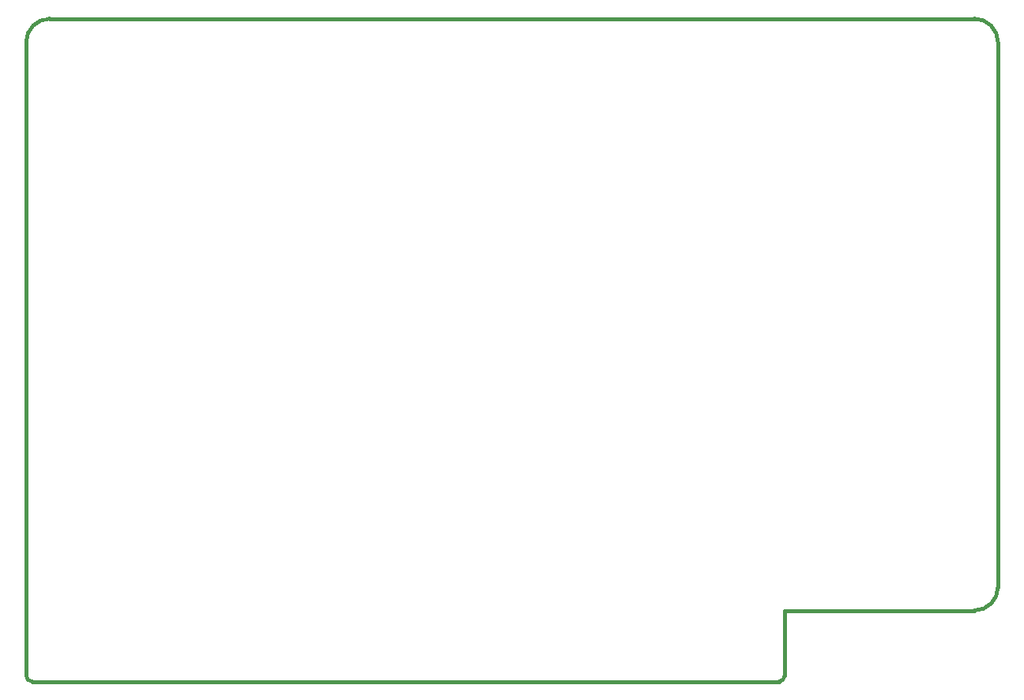
<source format=gbr>
%TF.GenerationSoftware,KiCad,Pcbnew,(6.0.5)*%
%TF.CreationDate,2023-02-09T13:46:48+02:00*%
%TF.ProjectId,minifp,6d696e69-6670-42e6-9b69-6361645f7063,rev?*%
%TF.SameCoordinates,Original*%
%TF.FileFunction,Profile,NP*%
%FSLAX46Y46*%
G04 Gerber Fmt 4.6, Leading zero omitted, Abs format (unit mm)*
G04 Created by KiCad (PCBNEW (6.0.5)) date 2023-02-09 13:46:48*
%MOMM*%
%LPD*%
G01*
G04 APERTURE LIST*
%TA.AperFunction,Profile*%
%ADD10C,0.381000*%
%TD*%
G04 APERTURE END LIST*
D10*
%TO.C,J1*%
X111900000Y-83007500D02*
G75*
G03*
X109360000Y-85547500I1J-2540001D01*
G01*
X109360000Y-153492500D02*
G75*
G03*
X109995000Y-154127500I634999J-1D01*
G01*
X210960000Y-146507500D02*
G75*
G03*
X213500000Y-143967500I0J2540000D01*
G01*
X190005000Y-154127500D02*
G75*
G03*
X190640000Y-153492500I0J635000D01*
G01*
X213500000Y-85547500D02*
G75*
G03*
X210960000Y-83007500I-2540000J0D01*
G01*
X190640000Y-153492500D02*
X190640000Y-146507500D01*
X111900000Y-83007500D02*
X210960000Y-83007500D01*
X210960000Y-146507500D02*
X190640000Y-146507500D01*
X109995000Y-154127500D02*
X190005000Y-154127500D01*
X109360000Y-153492500D02*
X109360000Y-85547500D01*
X213500000Y-143967500D02*
X213500000Y-85547500D01*
%TD*%
M02*

</source>
